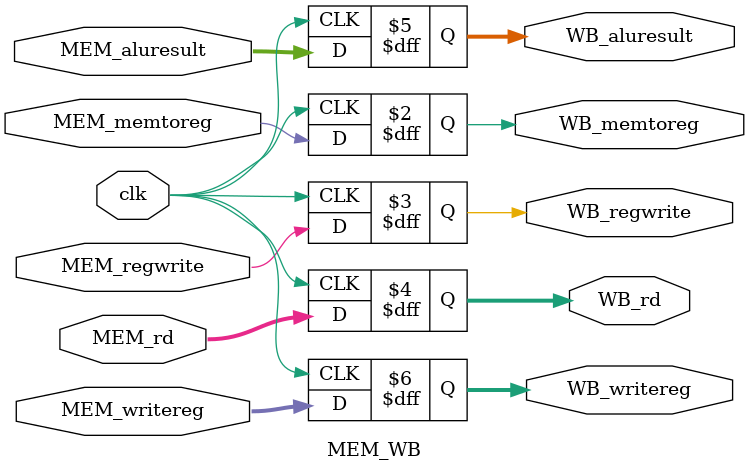
<source format=v>
`timescale 1ns / 1ps
module MEM_WB(clk, WB_memtoreg, WB_regwrite, WB_rd, WB_aluresult, WB_writereg,
				MEM_memtoreg, MEM_regwrite, MEM_rd, MEM_aluresult, MEM_writereg);
				
input clk;
input MEM_memtoreg, MEM_regwrite;
input [31:0] MEM_rd, MEM_aluresult;
input [4:0] MEM_writereg;

output reg WB_memtoreg, WB_regwrite;
output reg [31:0] WB_rd, WB_aluresult;
output reg [4:0] WB_writereg;

always@(posedge clk)
begin
	{WB_memtoreg, WB_regwrite} <= {MEM_memtoreg, MEM_regwrite};
	{WB_rd, WB_aluresult} <= {MEM_rd, MEM_aluresult};
	WB_writereg <= MEM_writereg;
end

endmodule

</source>
